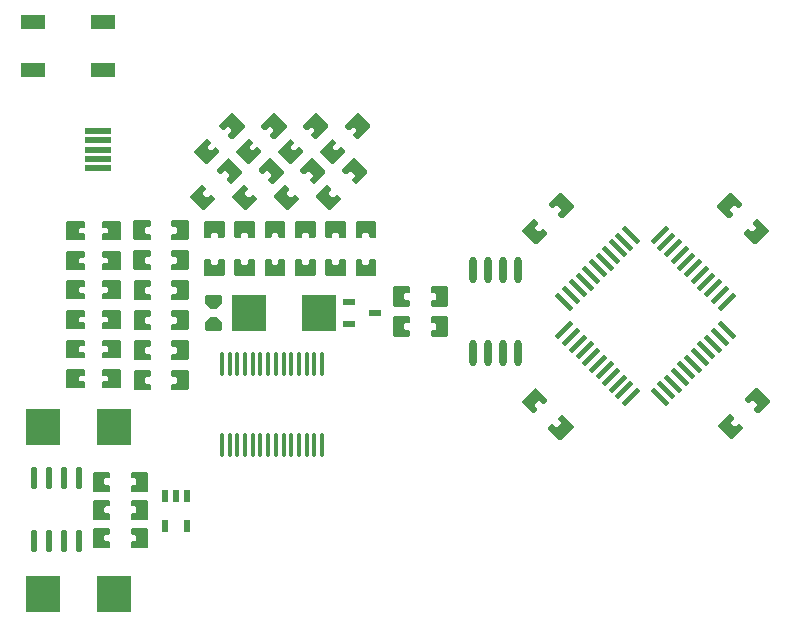
<source format=gtp>
G04 Layer: TopPasteMaskLayer*
G04 EasyEDA v6.5.51, 2025-11-10 16:22:34*
G04 edf426586456471d89c25727c5112f57,c2dd228c5626426dab0286b5437c322d,10*
G04 Gerber Generator version 0.2*
G04 Scale: 100 percent, Rotated: No, Reflected: No *
G04 Dimensions in inches *
G04 leading zeros omitted , absolute positions ,3 integer and 6 decimal *
%FSLAX36Y36*%
%MOIN*%

%AMMACRO1*21,1,$1,$2,0,0,$3*%
%ADD10MACRO1,0.1102X0.1185X0.0000*%
%ADD11R,0.0827X0.0472*%
%ADD12O,0.024803X0.088583*%
%ADD13MACRO1,0.0157X0.0748X-135.0026*%
%ADD14MACRO1,0.0157X0.0748X-134.9974*%
%ADD15MACRO1,0.0157X0.0748X-135.0000*%
%ADD16MACRO1,0.0157X0.0748X135.0026*%
%ADD17MACRO1,0.0157X0.0748X134.9974*%
%ADD18C,0.0165*%
%ADD19MACRO1,0.0157X0.0748X135.0000*%
%ADD20MACRO1,0.0157X0.0748X-44.9974*%
%ADD21MACRO1,0.0157X0.0748X-45.0026*%
%ADD22MACRO1,0.0157X0.0748X-45.0000*%
%ADD23R,0.0906X0.0197*%
%ADD24R,0.0236X0.0433*%
%ADD25O,0.014331X0.07935*%
%ADD26O,0.022378X0.07678*%
%ADD27MACRO1,0.0209X0.0408X-90.0000*%

%LPD*%
G36*
X1041500Y1486600D02*
G01*
X1005720Y1450840D01*
X1005720Y1445260D01*
X1048259Y1402720D01*
X1053840Y1402720D01*
X1089600Y1438500D01*
X1089600Y1444060D01*
X1079300Y1454379D01*
X1073720Y1454379D01*
X1065240Y1445880D01*
X1059680Y1445880D01*
X1048880Y1456680D01*
X1048880Y1462240D01*
X1057380Y1470740D01*
X1057380Y1476300D01*
X1047060Y1486600D01*
G37*
G36*
X1130160Y1575280D02*
G01*
X1094400Y1539500D01*
X1094400Y1533940D01*
X1104700Y1523620D01*
X1110260Y1523620D01*
X1118760Y1532120D01*
X1124320Y1532120D01*
X1135120Y1521320D01*
X1135120Y1515760D01*
X1126620Y1507280D01*
X1126620Y1501699D01*
X1136940Y1491399D01*
X1142500Y1491399D01*
X1178280Y1527160D01*
X1178280Y1532740D01*
X1135740Y1575280D01*
G37*
G36*
X901500Y1486600D02*
G01*
X865720Y1450840D01*
X865720Y1445260D01*
X908259Y1402720D01*
X913840Y1402720D01*
X949599Y1438500D01*
X949599Y1444060D01*
X939300Y1454379D01*
X933720Y1454379D01*
X925240Y1445880D01*
X919680Y1445880D01*
X908880Y1456680D01*
X908880Y1462240D01*
X917380Y1470720D01*
X917380Y1476300D01*
X907060Y1486600D01*
G37*
G36*
X990160Y1575280D02*
G01*
X954400Y1539500D01*
X954400Y1533940D01*
X964700Y1523620D01*
X970280Y1523620D01*
X978760Y1532120D01*
X984320Y1532120D01*
X995120Y1521320D01*
X995120Y1515760D01*
X986620Y1507260D01*
X986620Y1501699D01*
X996940Y1491399D01*
X1002500Y1491399D01*
X1038280Y1527160D01*
X1038280Y1532740D01*
X995740Y1575280D01*
G37*
G36*
X1142940Y1725480D02*
G01*
X1103000Y1685540D01*
X1103000Y1679980D01*
X1113320Y1669660D01*
X1118880Y1669660D01*
X1128780Y1679560D01*
X1134360Y1679560D01*
X1141560Y1672360D01*
X1141560Y1666780D01*
X1131660Y1656879D01*
X1131660Y1651320D01*
X1141980Y1641000D01*
X1147540Y1641000D01*
X1187500Y1680940D01*
X1187500Y1686519D01*
X1148520Y1725480D01*
G37*
G36*
X1058460Y1641000D02*
G01*
X1018500Y1601060D01*
X1018500Y1595480D01*
X1057480Y1556500D01*
X1063060Y1556500D01*
X1103000Y1596459D01*
X1103000Y1602020D01*
X1092680Y1612340D01*
X1087120Y1612340D01*
X1077200Y1602440D01*
X1071640Y1602440D01*
X1064440Y1609640D01*
X1064440Y1615200D01*
X1074340Y1625120D01*
X1074340Y1630680D01*
X1064020Y1641000D01*
G37*
G36*
X1002940Y1725500D02*
G01*
X963000Y1685540D01*
X963000Y1679980D01*
X973319Y1669660D01*
X978880Y1669660D01*
X988780Y1679560D01*
X994360Y1679560D01*
X1001560Y1672360D01*
X1001560Y1666800D01*
X991660Y1656879D01*
X991660Y1651320D01*
X1001979Y1641000D01*
X1007540Y1641000D01*
X1047500Y1680940D01*
X1047500Y1686519D01*
X1008520Y1725500D01*
G37*
G36*
X918460Y1641000D02*
G01*
X878500Y1601060D01*
X878500Y1595480D01*
X917480Y1556500D01*
X923060Y1556500D01*
X963000Y1596459D01*
X963000Y1602020D01*
X952680Y1612340D01*
X947120Y1612340D01*
X937200Y1602440D01*
X931640Y1602440D01*
X924440Y1609640D01*
X924440Y1615220D01*
X934340Y1625120D01*
X934340Y1630680D01*
X924020Y1641000D01*
G37*
G36*
X623500Y1486620D02*
G01*
X587720Y1450840D01*
X587720Y1445280D01*
X630260Y1402740D01*
X635840Y1402740D01*
X671600Y1438500D01*
X671600Y1444079D01*
X661300Y1454379D01*
X655720Y1454379D01*
X647240Y1445900D01*
X641680Y1445900D01*
X630880Y1456680D01*
X630880Y1462240D01*
X639380Y1470740D01*
X639380Y1476300D01*
X629060Y1486620D01*
G37*
G36*
X712159Y1575280D02*
G01*
X676400Y1539500D01*
X676400Y1533940D01*
X686700Y1523620D01*
X692260Y1523620D01*
X700759Y1532120D01*
X706320Y1532120D01*
X717120Y1521320D01*
X717120Y1515760D01*
X708620Y1507280D01*
X708620Y1501699D01*
X718940Y1491399D01*
X724500Y1491399D01*
X760280Y1527180D01*
X760280Y1532740D01*
X717740Y1575280D01*
G37*
G36*
X762500Y1486600D02*
G01*
X726720Y1450840D01*
X726720Y1445260D01*
X769260Y1402740D01*
X774840Y1402740D01*
X810600Y1438500D01*
X810600Y1444079D01*
X800300Y1454379D01*
X794740Y1454379D01*
X786240Y1445880D01*
X780680Y1445880D01*
X769880Y1456680D01*
X769880Y1462240D01*
X778379Y1470740D01*
X778379Y1476300D01*
X768060Y1486600D01*
G37*
G36*
X851160Y1575280D02*
G01*
X815400Y1539500D01*
X815400Y1533940D01*
X825699Y1523620D01*
X831280Y1523620D01*
X839760Y1532120D01*
X845320Y1532120D01*
X856120Y1521320D01*
X856120Y1515760D01*
X847620Y1507280D01*
X847620Y1501699D01*
X857940Y1491399D01*
X863500Y1491399D01*
X899280Y1527180D01*
X899280Y1532740D01*
X856740Y1575280D01*
G37*
G36*
X724940Y1725500D02*
G01*
X685000Y1685540D01*
X685000Y1679980D01*
X695320Y1669660D01*
X700879Y1669660D01*
X710800Y1679560D01*
X716360Y1679560D01*
X723560Y1672360D01*
X723560Y1666800D01*
X713660Y1656879D01*
X713660Y1651320D01*
X723980Y1641000D01*
X729539Y1641000D01*
X769500Y1680940D01*
X769500Y1686519D01*
X730520Y1725500D01*
G37*
G36*
X640460Y1641000D02*
G01*
X600500Y1601060D01*
X600500Y1595480D01*
X639480Y1556500D01*
X645060Y1556500D01*
X685000Y1596459D01*
X685000Y1602020D01*
X674680Y1612340D01*
X669120Y1612340D01*
X659200Y1602440D01*
X653640Y1602440D01*
X646440Y1609640D01*
X646440Y1615220D01*
X656340Y1625120D01*
X656340Y1630680D01*
X646020Y1641000D01*
G37*
G36*
X863940Y1725500D02*
G01*
X824000Y1685540D01*
X824000Y1679980D01*
X834320Y1669660D01*
X839880Y1669660D01*
X849800Y1679560D01*
X855360Y1679560D01*
X862560Y1672360D01*
X862560Y1666800D01*
X852660Y1656879D01*
X852660Y1651320D01*
X862980Y1641000D01*
X868540Y1641000D01*
X908500Y1680940D01*
X908500Y1686519D01*
X869520Y1725500D01*
G37*
G36*
X779460Y1641000D02*
G01*
X739520Y1601060D01*
X739500Y1595480D01*
X778480Y1556500D01*
X784060Y1556500D01*
X824000Y1596459D01*
X824000Y1602020D01*
X813680Y1612340D01*
X808120Y1612340D01*
X798199Y1602440D01*
X792640Y1602440D01*
X785440Y1609640D01*
X785440Y1615220D01*
X795340Y1625120D01*
X795340Y1630680D01*
X785020Y1641000D01*
G37*
G36*
X267000Y437720D02*
G01*
X263080Y433780D01*
X263080Y373620D01*
X267000Y369680D01*
X317600Y369680D01*
X321540Y373620D01*
X321540Y388200D01*
X317600Y392140D01*
X305600Y392140D01*
X301660Y396079D01*
X301660Y411320D01*
X305600Y415260D01*
X317600Y415260D01*
X321540Y419200D01*
X321540Y433780D01*
X317600Y437720D01*
G37*
G36*
X392400Y437720D02*
G01*
X388459Y433780D01*
X388459Y419200D01*
X392400Y415260D01*
X404400Y415260D01*
X408340Y411320D01*
X408340Y396079D01*
X404400Y392140D01*
X392400Y392140D01*
X388459Y388200D01*
X388459Y373620D01*
X392400Y369680D01*
X443000Y369680D01*
X446920Y373620D01*
X446920Y433780D01*
X443000Y437720D01*
G37*
G36*
X267000Y531420D02*
G01*
X263080Y527480D01*
X263080Y467320D01*
X267000Y463380D01*
X317600Y463380D01*
X321540Y467320D01*
X321540Y481900D01*
X317600Y485840D01*
X305600Y485840D01*
X301660Y489780D01*
X301660Y505020D01*
X305600Y508960D01*
X317600Y508960D01*
X321540Y512900D01*
X321540Y527480D01*
X317600Y531420D01*
G37*
G36*
X392400Y531420D02*
G01*
X388459Y527480D01*
X388459Y512900D01*
X392400Y508960D01*
X404400Y508960D01*
X408340Y505020D01*
X408340Y489780D01*
X404400Y485840D01*
X392400Y485840D01*
X388459Y481900D01*
X388459Y467320D01*
X392400Y463380D01*
X443000Y463380D01*
X446920Y467320D01*
X446920Y527480D01*
X443000Y531420D01*
G37*
G36*
X267000Y344020D02*
G01*
X263080Y340080D01*
X263080Y279920D01*
X267000Y275980D01*
X317600Y275980D01*
X321540Y279920D01*
X321540Y294500D01*
X317600Y298440D01*
X305600Y298440D01*
X301660Y302380D01*
X301660Y317620D01*
X305600Y321560D01*
X317600Y321560D01*
X321540Y325500D01*
X321540Y340080D01*
X317600Y344020D01*
G37*
G36*
X392400Y344020D02*
G01*
X388459Y340080D01*
X388459Y325500D01*
X392400Y321560D01*
X404400Y321560D01*
X408340Y317620D01*
X408340Y302380D01*
X404400Y298440D01*
X392400Y298440D01*
X388459Y294500D01*
X388459Y279920D01*
X392400Y275980D01*
X443000Y275980D01*
X446920Y279920D01*
X446920Y340080D01*
X443000Y344020D01*
G37*
G36*
X637920Y1241540D02*
G01*
X633980Y1237600D01*
X633980Y1187000D01*
X637920Y1183080D01*
X698080Y1183080D01*
X702020Y1187000D01*
X702020Y1237600D01*
X698080Y1241540D01*
X683500Y1241540D01*
X679560Y1237600D01*
X679560Y1225600D01*
X675620Y1221660D01*
X660380Y1221660D01*
X656440Y1225600D01*
X656440Y1237600D01*
X652500Y1241540D01*
G37*
G36*
X637920Y1366920D02*
G01*
X633980Y1363000D01*
X633980Y1312400D01*
X637920Y1308460D01*
X652500Y1308460D01*
X656440Y1312400D01*
X656440Y1324400D01*
X660380Y1328340D01*
X675620Y1328340D01*
X679560Y1324400D01*
X679560Y1312400D01*
X683500Y1308460D01*
X698080Y1308460D01*
X702020Y1312400D01*
X702020Y1363000D01*
X698080Y1366920D01*
G37*
G36*
X738940Y1241540D02*
G01*
X735000Y1237600D01*
X735000Y1187000D01*
X738940Y1183080D01*
X799100Y1183080D01*
X803040Y1187000D01*
X803040Y1237600D01*
X799100Y1241540D01*
X784520Y1241540D01*
X780580Y1237600D01*
X780580Y1225600D01*
X776640Y1221660D01*
X761400Y1221660D01*
X757460Y1225600D01*
X757460Y1237600D01*
X753520Y1241540D01*
G37*
G36*
X738940Y1366920D02*
G01*
X735000Y1363000D01*
X735000Y1312400D01*
X738940Y1308460D01*
X753520Y1308460D01*
X757460Y1312400D01*
X757460Y1324400D01*
X761400Y1328340D01*
X776640Y1328340D01*
X780580Y1324400D01*
X780580Y1312400D01*
X784520Y1308460D01*
X799100Y1308460D01*
X803040Y1312400D01*
X803040Y1363000D01*
X799100Y1366920D01*
G37*
G36*
X1143020Y1241540D02*
G01*
X1139080Y1237600D01*
X1139080Y1187000D01*
X1143020Y1183080D01*
X1203180Y1183080D01*
X1207120Y1187000D01*
X1207120Y1237600D01*
X1203180Y1241540D01*
X1188600Y1241540D01*
X1184660Y1237600D01*
X1184660Y1225600D01*
X1180720Y1221660D01*
X1165480Y1221660D01*
X1161540Y1225600D01*
X1161540Y1237600D01*
X1157600Y1241540D01*
G37*
G36*
X1143020Y1366920D02*
G01*
X1139080Y1363000D01*
X1139080Y1312400D01*
X1143020Y1308460D01*
X1157600Y1308460D01*
X1161540Y1312400D01*
X1161540Y1324400D01*
X1165480Y1328340D01*
X1180720Y1328340D01*
X1184660Y1324400D01*
X1184660Y1312400D01*
X1188600Y1308460D01*
X1203180Y1308460D01*
X1207120Y1312400D01*
X1207120Y1363000D01*
X1203180Y1366920D01*
G37*
G36*
X1729500Y1372600D02*
G01*
X1693720Y1336840D01*
X1693720Y1331260D01*
X1736260Y1288720D01*
X1741840Y1288720D01*
X1777600Y1324500D01*
X1777600Y1330060D01*
X1767300Y1340380D01*
X1761720Y1340380D01*
X1753240Y1331879D01*
X1747680Y1331879D01*
X1736879Y1342680D01*
X1736879Y1348240D01*
X1745380Y1356720D01*
X1745380Y1362300D01*
X1735060Y1372600D01*
G37*
G36*
X1818160Y1461279D02*
G01*
X1782400Y1425500D01*
X1782400Y1419940D01*
X1792700Y1409620D01*
X1798280Y1409620D01*
X1806759Y1418120D01*
X1812320Y1418120D01*
X1823120Y1407320D01*
X1823120Y1401759D01*
X1814620Y1393280D01*
X1814620Y1387700D01*
X1824940Y1377400D01*
X1830500Y1377400D01*
X1866279Y1413160D01*
X1866279Y1418740D01*
X1823740Y1461279D01*
G37*
G36*
X1823940Y720600D02*
G01*
X1813620Y710300D01*
X1813620Y704720D01*
X1822120Y696240D01*
X1822120Y690680D01*
X1811320Y679880D01*
X1805760Y679880D01*
X1797260Y688379D01*
X1791699Y688379D01*
X1781399Y678060D01*
X1781399Y672500D01*
X1817160Y636720D01*
X1822740Y636720D01*
X1865280Y679260D01*
X1865280Y684840D01*
X1829500Y720600D01*
G37*
G36*
X1735260Y809280D02*
G01*
X1692720Y766740D01*
X1692720Y761160D01*
X1728500Y725400D01*
X1734060Y725400D01*
X1744379Y735699D01*
X1744379Y741260D01*
X1735880Y749760D01*
X1735880Y755320D01*
X1746680Y766120D01*
X1752240Y766120D01*
X1760740Y757620D01*
X1766300Y757620D01*
X1776600Y767940D01*
X1776600Y773500D01*
X1740840Y809280D01*
G37*
G36*
X2471160Y811280D02*
G01*
X2435400Y775500D01*
X2435400Y769940D01*
X2445700Y759620D01*
X2451280Y759620D01*
X2459760Y768120D01*
X2465320Y768120D01*
X2476120Y757320D01*
X2476120Y751760D01*
X2467620Y743280D01*
X2467620Y737700D01*
X2477940Y727400D01*
X2483500Y727400D01*
X2519280Y763160D01*
X2519280Y768740D01*
X2476740Y811280D01*
G37*
G36*
X2382500Y722600D02*
G01*
X2346720Y686840D01*
X2346720Y681260D01*
X2389260Y638720D01*
X2394840Y638720D01*
X2430600Y674500D01*
X2430600Y680060D01*
X2420300Y690380D01*
X2414720Y690380D01*
X2406240Y681880D01*
X2400680Y681880D01*
X2389880Y692680D01*
X2389880Y698240D01*
X2398380Y706720D01*
X2398380Y712300D01*
X2388060Y722600D01*
G37*
G36*
X2386260Y1461279D02*
G01*
X2343720Y1418740D01*
X2343720Y1413160D01*
X2379500Y1377400D01*
X2385060Y1377400D01*
X2395380Y1387700D01*
X2395380Y1393280D01*
X2386880Y1401759D01*
X2386880Y1407320D01*
X2397680Y1418120D01*
X2403240Y1418120D01*
X2411720Y1409620D01*
X2417300Y1409620D01*
X2427600Y1419940D01*
X2427600Y1425500D01*
X2391840Y1461279D01*
G37*
G36*
X2474940Y1372600D02*
G01*
X2464620Y1362300D01*
X2464620Y1356720D01*
X2473120Y1348240D01*
X2473120Y1342680D01*
X2462320Y1331879D01*
X2456760Y1331879D01*
X2448280Y1340380D01*
X2442700Y1340380D01*
X2432400Y1330060D01*
X2432400Y1324500D01*
X2468160Y1288720D01*
X2473740Y1288720D01*
X2516280Y1331260D01*
X2516280Y1336840D01*
X2480500Y1372600D01*
G37*
G36*
X1392400Y1149520D02*
G01*
X1388460Y1145580D01*
X1388460Y1131000D01*
X1392400Y1127060D01*
X1404400Y1127060D01*
X1408340Y1123120D01*
X1408340Y1107880D01*
X1404400Y1103940D01*
X1392400Y1103940D01*
X1388460Y1100000D01*
X1388460Y1085420D01*
X1392400Y1081480D01*
X1443000Y1081480D01*
X1446920Y1085420D01*
X1446920Y1145580D01*
X1443000Y1149520D01*
G37*
G36*
X1267000Y1149520D02*
G01*
X1263080Y1145580D01*
X1263080Y1085420D01*
X1267000Y1081480D01*
X1317600Y1081480D01*
X1321540Y1085420D01*
X1321540Y1100000D01*
X1317600Y1103940D01*
X1305600Y1103940D01*
X1301660Y1107880D01*
X1301660Y1123120D01*
X1305600Y1127060D01*
X1317600Y1127060D01*
X1321540Y1131000D01*
X1321540Y1145580D01*
X1317600Y1149520D01*
G37*
G36*
X1392400Y1049520D02*
G01*
X1388460Y1045580D01*
X1388460Y1031000D01*
X1392400Y1027060D01*
X1404400Y1027060D01*
X1408340Y1023120D01*
X1408340Y1007880D01*
X1404400Y1003940D01*
X1392400Y1003940D01*
X1388460Y1000000D01*
X1388460Y985420D01*
X1392400Y981480D01*
X1443000Y981480D01*
X1446920Y985420D01*
X1446920Y1045580D01*
X1443000Y1049520D01*
G37*
G36*
X1267000Y1049520D02*
G01*
X1263080Y1045580D01*
X1263080Y985420D01*
X1267000Y981480D01*
X1317600Y981480D01*
X1321540Y985420D01*
X1321540Y1000000D01*
X1317600Y1003940D01*
X1305600Y1003940D01*
X1301660Y1007880D01*
X1301660Y1023120D01*
X1305600Y1027060D01*
X1317600Y1027060D01*
X1321540Y1031000D01*
X1321540Y1045580D01*
X1317600Y1049520D01*
G37*
G36*
X839960Y1366920D02*
G01*
X836020Y1363000D01*
X836020Y1312400D01*
X839960Y1308460D01*
X854539Y1308460D01*
X858480Y1312400D01*
X858480Y1324400D01*
X862400Y1328340D01*
X877660Y1328340D01*
X881600Y1324400D01*
X881600Y1312400D01*
X885540Y1308460D01*
X900120Y1308460D01*
X904060Y1312400D01*
X904060Y1363000D01*
X900120Y1366920D01*
G37*
G36*
X839960Y1241540D02*
G01*
X836020Y1237600D01*
X836020Y1187000D01*
X839960Y1183080D01*
X900120Y1183080D01*
X904060Y1187000D01*
X904060Y1237600D01*
X900120Y1241540D01*
X885540Y1241540D01*
X881600Y1237600D01*
X881600Y1225600D01*
X877660Y1221660D01*
X862400Y1221660D01*
X858480Y1225600D01*
X858480Y1237600D01*
X854539Y1241540D01*
G37*
G36*
X527700Y1170420D02*
G01*
X523760Y1166480D01*
X523760Y1151900D01*
X527700Y1147960D01*
X539700Y1147960D01*
X543640Y1144020D01*
X543640Y1128780D01*
X539700Y1124840D01*
X527700Y1124840D01*
X523760Y1120900D01*
X523760Y1106320D01*
X527700Y1102380D01*
X578300Y1102380D01*
X582220Y1106320D01*
X582220Y1166480D01*
X578300Y1170420D01*
G37*
G36*
X402299Y1170420D02*
G01*
X398380Y1166480D01*
X398380Y1106320D01*
X402299Y1102380D01*
X452900Y1102380D01*
X456840Y1106320D01*
X456840Y1120900D01*
X452900Y1124840D01*
X440900Y1124840D01*
X436960Y1128780D01*
X436960Y1144020D01*
X440900Y1147960D01*
X452900Y1147960D01*
X456840Y1151900D01*
X456840Y1166480D01*
X452900Y1170420D01*
G37*
G36*
X527700Y1070420D02*
G01*
X523760Y1066480D01*
X523760Y1051900D01*
X527700Y1047960D01*
X539700Y1047960D01*
X543640Y1044020D01*
X543640Y1028780D01*
X539700Y1024840D01*
X527700Y1024840D01*
X523760Y1020900D01*
X523760Y1006320D01*
X527700Y1002380D01*
X578300Y1002380D01*
X582220Y1006320D01*
X582220Y1066480D01*
X578300Y1070420D01*
G37*
G36*
X402299Y1070420D02*
G01*
X398380Y1066480D01*
X398380Y1006320D01*
X402299Y1002380D01*
X452900Y1002380D01*
X456840Y1006320D01*
X456840Y1020900D01*
X452900Y1024840D01*
X440900Y1024840D01*
X436960Y1028780D01*
X436960Y1044020D01*
X440900Y1047960D01*
X452900Y1047960D01*
X456840Y1051900D01*
X456840Y1066480D01*
X452900Y1070420D01*
G37*
G36*
X527700Y970420D02*
G01*
X523760Y966480D01*
X523760Y951900D01*
X527700Y947960D01*
X539700Y947960D01*
X543640Y944020D01*
X543640Y928780D01*
X539700Y924840D01*
X527700Y924840D01*
X523760Y920900D01*
X523760Y906320D01*
X527700Y902380D01*
X578300Y902380D01*
X582220Y906320D01*
X582220Y966480D01*
X578300Y970420D01*
G37*
G36*
X402299Y970420D02*
G01*
X398380Y966480D01*
X398380Y906320D01*
X402299Y902380D01*
X452900Y902380D01*
X456840Y906320D01*
X456840Y920900D01*
X452900Y924840D01*
X440900Y924840D01*
X436960Y928780D01*
X436960Y944020D01*
X440900Y947960D01*
X452900Y947960D01*
X456840Y951900D01*
X456840Y966480D01*
X452900Y970420D01*
G37*
G36*
X527700Y870420D02*
G01*
X523760Y866480D01*
X523760Y851900D01*
X527700Y847960D01*
X539700Y847960D01*
X543640Y844020D01*
X543640Y828780D01*
X539700Y824840D01*
X527700Y824840D01*
X523760Y820900D01*
X523760Y806320D01*
X527700Y802380D01*
X578300Y802380D01*
X582220Y806320D01*
X582220Y866480D01*
X578300Y870420D01*
G37*
G36*
X402299Y870420D02*
G01*
X398380Y866480D01*
X398380Y806320D01*
X402299Y802380D01*
X452900Y802380D01*
X456840Y806320D01*
X456840Y820900D01*
X452900Y824840D01*
X440900Y824840D01*
X436960Y828780D01*
X436960Y844020D01*
X440900Y847960D01*
X452900Y847960D01*
X456840Y851900D01*
X456840Y866480D01*
X452900Y870420D01*
G37*
G36*
X1042000Y1366920D02*
G01*
X1038060Y1363000D01*
X1038060Y1312400D01*
X1042000Y1308460D01*
X1056580Y1308460D01*
X1060520Y1312400D01*
X1060520Y1324400D01*
X1064460Y1328340D01*
X1079700Y1328340D01*
X1083640Y1324400D01*
X1083640Y1312400D01*
X1087580Y1308460D01*
X1102160Y1308460D01*
X1106100Y1312400D01*
X1106100Y1363000D01*
X1102160Y1366920D01*
G37*
G36*
X1042000Y1241540D02*
G01*
X1038060Y1237600D01*
X1038060Y1187000D01*
X1042000Y1183080D01*
X1102160Y1183080D01*
X1106100Y1187000D01*
X1106100Y1237600D01*
X1102160Y1241540D01*
X1087580Y1241540D01*
X1083640Y1237600D01*
X1083640Y1225600D01*
X1079700Y1221660D01*
X1064460Y1221660D01*
X1060520Y1225600D01*
X1060520Y1237600D01*
X1056580Y1241540D01*
G37*
G36*
X177300Y1267300D02*
G01*
X173380Y1263360D01*
X173380Y1208240D01*
X177300Y1204300D01*
X233800Y1204300D01*
X237740Y1208240D01*
X237740Y1222820D01*
X233800Y1226760D01*
X219800Y1226760D01*
X215859Y1230700D01*
X215859Y1240900D01*
X219800Y1244840D01*
X233800Y1244840D01*
X237740Y1248780D01*
X237740Y1263360D01*
X233800Y1267300D01*
G37*
G36*
X296800Y1267300D02*
G01*
X292860Y1263360D01*
X292860Y1248780D01*
X296800Y1244840D01*
X310800Y1244840D01*
X314740Y1240900D01*
X314740Y1230700D01*
X310800Y1226760D01*
X296800Y1226760D01*
X292860Y1222820D01*
X292860Y1208240D01*
X296800Y1204300D01*
X353300Y1204300D01*
X357220Y1208240D01*
X357220Y1263360D01*
X353300Y1267300D01*
G37*
G36*
X177300Y1365800D02*
G01*
X173380Y1361860D01*
X173380Y1306740D01*
X177300Y1302800D01*
X233800Y1302800D01*
X237740Y1306740D01*
X237740Y1321320D01*
X233800Y1325260D01*
X219800Y1325260D01*
X215859Y1329199D01*
X215859Y1339400D01*
X219800Y1343340D01*
X233800Y1343340D01*
X237740Y1347280D01*
X237740Y1361860D01*
X233800Y1365800D01*
G37*
G36*
X296800Y1365800D02*
G01*
X292860Y1361860D01*
X292860Y1347280D01*
X296800Y1343340D01*
X310800Y1343340D01*
X314740Y1339400D01*
X314740Y1329199D01*
X310800Y1325260D01*
X296800Y1325260D01*
X292860Y1321320D01*
X292860Y1306740D01*
X296800Y1302800D01*
X353300Y1302800D01*
X357220Y1306740D01*
X357220Y1361860D01*
X353300Y1365800D01*
G37*
G36*
X177300Y1168700D02*
G01*
X173380Y1164760D01*
X173380Y1109640D01*
X177300Y1105700D01*
X233800Y1105700D01*
X237740Y1109640D01*
X237740Y1124220D01*
X233800Y1128160D01*
X219800Y1128160D01*
X215859Y1132100D01*
X215859Y1142300D01*
X219800Y1146240D01*
X233800Y1146240D01*
X237740Y1150180D01*
X237740Y1164760D01*
X233800Y1168700D01*
G37*
G36*
X296800Y1168700D02*
G01*
X292860Y1164760D01*
X292860Y1150180D01*
X296800Y1146240D01*
X310800Y1146240D01*
X314740Y1142300D01*
X314740Y1132100D01*
X310800Y1128160D01*
X296800Y1128160D01*
X292860Y1124220D01*
X292860Y1109640D01*
X296800Y1105700D01*
X353300Y1105700D01*
X357220Y1109640D01*
X357220Y1164760D01*
X353300Y1168700D01*
G37*
G36*
X177300Y1070100D02*
G01*
X173380Y1066160D01*
X173380Y1011040D01*
X177300Y1007099D01*
X233800Y1007099D01*
X237740Y1011040D01*
X237740Y1025620D01*
X233800Y1029560D01*
X219800Y1029560D01*
X215859Y1033500D01*
X215859Y1043700D01*
X219800Y1047640D01*
X233800Y1047640D01*
X237740Y1051580D01*
X237740Y1066160D01*
X233800Y1070100D01*
G37*
G36*
X296800Y1070100D02*
G01*
X292860Y1066160D01*
X292860Y1051580D01*
X296800Y1047640D01*
X310800Y1047640D01*
X314740Y1043700D01*
X314740Y1033500D01*
X310800Y1029560D01*
X296800Y1029560D01*
X292860Y1025620D01*
X292860Y1011040D01*
X296800Y1007099D01*
X353300Y1007099D01*
X357220Y1011040D01*
X357220Y1066160D01*
X353300Y1070100D01*
G37*
G36*
X177300Y971500D02*
G01*
X173380Y967560D01*
X173380Y912440D01*
X177300Y908500D01*
X233800Y908500D01*
X237740Y912440D01*
X237740Y927020D01*
X233800Y930960D01*
X219800Y930960D01*
X215859Y934900D01*
X215859Y945100D01*
X219800Y949040D01*
X233800Y949040D01*
X237740Y952980D01*
X237740Y967560D01*
X233800Y971500D01*
G37*
G36*
X296800Y971500D02*
G01*
X292860Y967560D01*
X292860Y952980D01*
X296800Y949040D01*
X310800Y949040D01*
X314740Y945100D01*
X314740Y934900D01*
X310800Y930960D01*
X296800Y930960D01*
X292860Y927020D01*
X292860Y912440D01*
X296800Y908500D01*
X353300Y908500D01*
X357220Y912440D01*
X357220Y967560D01*
X353300Y971500D01*
G37*
G36*
X177300Y872900D02*
G01*
X173380Y868960D01*
X173380Y813840D01*
X177300Y809900D01*
X233800Y809900D01*
X237740Y813840D01*
X237740Y828420D01*
X233800Y832360D01*
X219800Y832360D01*
X215859Y836300D01*
X215859Y846500D01*
X219800Y850440D01*
X233800Y850440D01*
X237740Y854380D01*
X237740Y868960D01*
X233800Y872900D01*
G37*
G36*
X296800Y872900D02*
G01*
X292860Y868960D01*
X292860Y854380D01*
X296800Y850440D01*
X310800Y850440D01*
X314740Y846500D01*
X314740Y836300D01*
X310800Y832360D01*
X296800Y832360D01*
X292860Y828420D01*
X292860Y813840D01*
X296800Y809900D01*
X353300Y809900D01*
X357220Y813840D01*
X357220Y868960D01*
X353300Y872900D01*
G37*
G36*
X940980Y1366920D02*
G01*
X937039Y1363000D01*
X937039Y1312400D01*
X940980Y1308460D01*
X955560Y1308460D01*
X959500Y1312400D01*
X959500Y1324400D01*
X963439Y1328340D01*
X978680Y1328340D01*
X982620Y1324400D01*
X982620Y1312400D01*
X986560Y1308460D01*
X1001140Y1308460D01*
X1005080Y1312400D01*
X1005080Y1363000D01*
X1001140Y1366920D01*
G37*
G36*
X940980Y1241540D02*
G01*
X937039Y1237600D01*
X937039Y1187000D01*
X940980Y1183080D01*
X1001140Y1183080D01*
X1005080Y1187000D01*
X1005080Y1237600D01*
X1001140Y1241540D01*
X986560Y1241540D01*
X982620Y1237600D01*
X982620Y1225600D01*
X978680Y1221660D01*
X963439Y1221660D01*
X959500Y1225600D01*
X959500Y1237600D01*
X955560Y1241540D01*
G37*
G36*
X527680Y1270440D02*
G01*
X523740Y1266500D01*
X523740Y1251920D01*
X527680Y1247980D01*
X539680Y1247980D01*
X543620Y1244040D01*
X543620Y1228780D01*
X539680Y1224840D01*
X527680Y1224840D01*
X523740Y1220920D01*
X523740Y1206340D01*
X527680Y1202400D01*
X578280Y1202400D01*
X582220Y1206340D01*
X582220Y1266500D01*
X578280Y1270440D01*
G37*
G36*
X402280Y1270440D02*
G01*
X398360Y1266500D01*
X398360Y1206340D01*
X402280Y1202400D01*
X452879Y1202400D01*
X456820Y1206340D01*
X456820Y1220920D01*
X452879Y1224840D01*
X440880Y1224840D01*
X436940Y1228780D01*
X436940Y1244040D01*
X440880Y1247980D01*
X452879Y1247980D01*
X456820Y1251920D01*
X456820Y1266500D01*
X452879Y1270440D01*
G37*
G36*
X527680Y1370440D02*
G01*
X523740Y1366500D01*
X523740Y1351920D01*
X527680Y1347980D01*
X539680Y1347980D01*
X543620Y1344040D01*
X543620Y1328779D01*
X539680Y1324840D01*
X527680Y1324840D01*
X523740Y1320920D01*
X523740Y1306339D01*
X527680Y1302400D01*
X578280Y1302400D01*
X582220Y1306339D01*
X582220Y1366500D01*
X578280Y1370440D01*
G37*
G36*
X402280Y1370440D02*
G01*
X398360Y1366500D01*
X398360Y1306339D01*
X402280Y1302400D01*
X452879Y1302400D01*
X456820Y1306339D01*
X456820Y1320920D01*
X452879Y1324840D01*
X440880Y1324840D01*
X436940Y1328779D01*
X436940Y1344040D01*
X440880Y1347980D01*
X452879Y1347980D01*
X456820Y1351920D01*
X456820Y1366500D01*
X452879Y1370440D01*
G37*
G36*
X656300Y1045819D02*
G01*
X637880Y1030660D01*
X637880Y1003600D01*
X641820Y999659D01*
X688139Y999659D01*
X692080Y1003600D01*
X692080Y1030660D01*
X673660Y1045819D01*
G37*
G36*
X641820Y1120340D02*
G01*
X637880Y1116400D01*
X637880Y1089340D01*
X656300Y1074180D01*
X673660Y1074180D01*
X692080Y1089340D01*
X692080Y1116400D01*
X688139Y1120340D01*
G37*
D10*
G01*
X781890Y1060000D03*
G01*
X1018110Y1060000D03*
G01*
X333109Y124500D03*
G01*
X96890Y124500D03*
G01*
X333109Y679500D03*
G01*
X96890Y679500D03*
D11*
G01*
X298110Y1871260D03*
G01*
X61889Y1871260D03*
G01*
X298110Y2028739D03*
G01*
X61889Y2028739D03*
D12*
G01*
X1530000Y926019D03*
G01*
X1580000Y926019D03*
G01*
X1630000Y926019D03*
G01*
X1680000Y926019D03*
G01*
X1530000Y1203980D03*
G01*
X1580000Y1203980D03*
G01*
X1630000Y1203980D03*
G01*
X1680000Y1203980D03*
D13*
G01*
X2152376Y779884D03*
D14*
G01*
X2175003Y802512D03*
G01*
X2196923Y824432D03*
D13*
G01*
X2219551Y847060D03*
D14*
G01*
X2241471Y868980D03*
D15*
G01*
X2264099Y891608D03*
D13*
G01*
X2286019Y913528D03*
D14*
G01*
X2307939Y935448D03*
D13*
G01*
X2330567Y958076D03*
G01*
X2352487Y979996D03*
D14*
G01*
X2375114Y1002624D03*
D16*
G01*
X2375114Y1097376D03*
D17*
G01*
X2352487Y1120003D03*
D19*
G01*
X2330567Y1141923D03*
D16*
G01*
X2307939Y1164551D03*
D17*
G01*
X2286018Y1186471D03*
D19*
G01*
X2263392Y1209098D03*
D16*
G01*
X2241472Y1231019D03*
D17*
G01*
X2219551Y1252939D03*
D19*
G01*
X2196923Y1275567D03*
D16*
G01*
X2175003Y1297487D03*
D17*
G01*
X2152376Y1320114D03*
D14*
G01*
X2057623Y1320115D03*
D13*
G01*
X2034996Y1297487D03*
D15*
G01*
X2013076Y1275567D03*
D14*
G01*
X1990448Y1252939D03*
D13*
G01*
X1968528Y1231019D03*
D15*
G01*
X1946608Y1209099D03*
D14*
G01*
X1923980Y1186471D03*
D13*
G01*
X1902060Y1164551D03*
D15*
G01*
X1879432Y1141923D03*
D14*
G01*
X1857512Y1120003D03*
D13*
G01*
X1834885Y1097375D03*
D20*
G01*
X1834885Y1002623D03*
D21*
G01*
X1857512Y979996D03*
D22*
G01*
X1879432Y958076D03*
D20*
G01*
X1902060Y935448D03*
D21*
G01*
X1923981Y913528D03*
D22*
G01*
X1945901Y891607D03*
D20*
G01*
X1968527Y868980D03*
D21*
G01*
X1990448Y847060D03*
D22*
G01*
X2013076Y824432D03*
D20*
G01*
X2034996Y802512D03*
D21*
G01*
X2057623Y779885D03*
D23*
G01*
X278555Y1667944D03*
G01*
X278555Y1636455D03*
G01*
X278555Y1604955D03*
G01*
X278555Y1573465D03*
G01*
X278555Y1541965D03*
D24*
G01*
X577415Y348805D03*
G01*
X502615Y348805D03*
G01*
X502615Y451174D03*
G01*
X540014Y451174D03*
G01*
X577415Y451174D03*
D25*
G01*
X693659Y618969D03*
G01*
X719250Y618969D03*
G01*
X744839Y618969D03*
G01*
X770430Y618969D03*
G01*
X796019Y618969D03*
G01*
X821610Y618969D03*
G01*
X847209Y618969D03*
G01*
X872799Y618969D03*
G01*
X898389Y618969D03*
G01*
X923980Y618969D03*
G01*
X949570Y618969D03*
G01*
X975159Y618969D03*
G01*
X1000749Y618969D03*
G01*
X1026340Y618969D03*
G01*
X693659Y891030D03*
G01*
X719250Y891030D03*
G01*
X744839Y891030D03*
G01*
X770430Y891030D03*
G01*
X796019Y891030D03*
G01*
X821610Y891030D03*
G01*
X847209Y891030D03*
G01*
X872799Y891030D03*
G01*
X898389Y891030D03*
G01*
X923980Y891030D03*
G01*
X949570Y891030D03*
G01*
X975159Y891030D03*
G01*
X1000749Y891030D03*
G01*
X1026340Y891030D03*
D26*
G01*
X65199Y298499D03*
G01*
X115199Y298499D03*
G01*
X165199Y298499D03*
G01*
X215199Y298499D03*
G01*
X65199Y511500D03*
G01*
X115199Y511500D03*
G01*
X165199Y511500D03*
G01*
X215199Y511500D03*
D27*
G01*
X1116643Y1097401D03*
G01*
X1116643Y1022598D03*
G01*
X1203356Y1060000D03*
M02*

</source>
